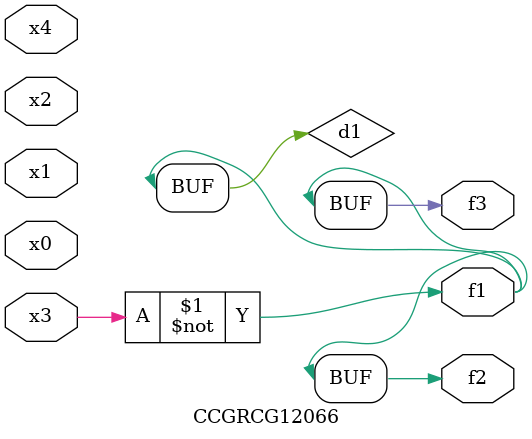
<source format=v>
module CCGRCG12066(
	input x0, x1, x2, x3, x4,
	output f1, f2, f3
);

	wire d1, d2;

	xnor (d1, x3);
	not (d2, x1);
	assign f1 = d1;
	assign f2 = d1;
	assign f3 = d1;
endmodule

</source>
